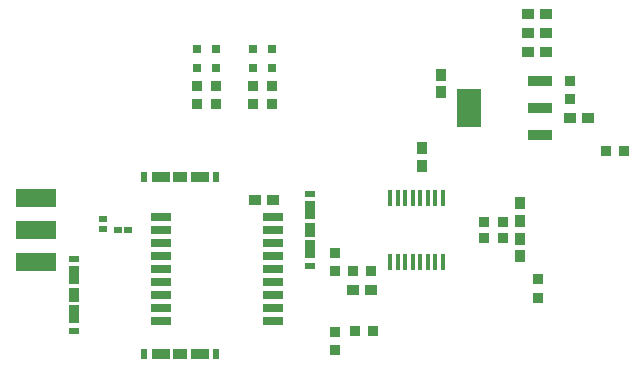
<source format=gbr>
G04*
G04 #@! TF.GenerationSoftware,Altium Limited,Altium Designer,24.9.1 (31)*
G04*
G04 Layer_Color=8421504*
%FSLAX25Y25*%
%MOIN*%
G70*
G04*
G04 #@! TF.SameCoordinates,AE1E5416-9686-4E21-8CD7-455353439681*
G04*
G04*
G04 #@! TF.FilePolarity,Positive*
G04*
G01*
G75*
%ADD18R,0.03740X0.03937*%
%ADD19R,0.03543X0.02362*%
%ADD20R,0.03543X0.05906*%
%ADD21R,0.03543X0.04724*%
%ADD22R,0.03543X0.03347*%
%ADD23R,0.13780X0.05906*%
%ADD24R,0.03347X0.03543*%
%ADD25R,0.07087X0.02756*%
%ADD26R,0.04724X0.03543*%
%ADD27R,0.05906X0.03543*%
%ADD28R,0.02362X0.03543*%
%ADD29R,0.03937X0.03740*%
%ADD30R,0.02598X0.02441*%
%ADD31R,0.02874X0.02008*%
%ADD32R,0.07874X0.12598*%
%ADD33R,0.07874X0.03543*%
%ADD34R,0.03150X0.03150*%
%ADD35R,0.01772X0.05709*%
D18*
X168504Y99410D02*
D03*
Y105315D02*
D03*
X168504Y111221D02*
D03*
Y117126D02*
D03*
X135827Y129724D02*
D03*
Y135630D02*
D03*
X142126Y154134D02*
D03*
Y160039D02*
D03*
D19*
X19685Y98622D02*
D03*
Y74606D02*
D03*
X98425Y120276D02*
D03*
Y96260D02*
D03*
D20*
X19685Y93110D02*
D03*
Y80118D02*
D03*
X98425Y114764D02*
D03*
Y101772D02*
D03*
D21*
X19685Y86614D02*
D03*
X98425Y108268D02*
D03*
D22*
X106693Y74311D02*
D03*
Y68209D02*
D03*
X60630Y156201D02*
D03*
Y150098D02*
D03*
X66929D02*
D03*
Y156201D02*
D03*
X174409Y91732D02*
D03*
Y85630D02*
D03*
X106693Y100689D02*
D03*
Y94587D02*
D03*
X185039Y151772D02*
D03*
Y157874D02*
D03*
X85827Y150098D02*
D03*
Y156201D02*
D03*
X79528Y150098D02*
D03*
Y156201D02*
D03*
D23*
X7087Y97638D02*
D03*
Y118898D02*
D03*
Y108268D02*
D03*
D24*
X113304Y74410D02*
D03*
X119406D02*
D03*
X156496Y105512D02*
D03*
X162598D02*
D03*
X156496Y111024D02*
D03*
X162598D02*
D03*
X118799Y94488D02*
D03*
X112697D02*
D03*
X203051Y134646D02*
D03*
X196949D02*
D03*
D25*
X48819Y77953D02*
D03*
X86221D02*
D03*
Y82284D02*
D03*
Y86614D02*
D03*
Y90945D02*
D03*
Y95276D02*
D03*
Y99606D02*
D03*
Y103937D02*
D03*
Y108268D02*
D03*
Y112598D02*
D03*
X48819Y82284D02*
D03*
Y86614D02*
D03*
Y90945D02*
D03*
Y95276D02*
D03*
Y99606D02*
D03*
Y103937D02*
D03*
Y108268D02*
D03*
Y112598D02*
D03*
D26*
X55118Y125984D02*
D03*
Y66929D02*
D03*
D27*
X61614Y125984D02*
D03*
X48622D02*
D03*
Y66929D02*
D03*
X61614D02*
D03*
D28*
X67126Y125984D02*
D03*
X43110D02*
D03*
Y66929D02*
D03*
X67126D02*
D03*
D29*
X112795Y88189D02*
D03*
X118701D02*
D03*
X86024Y118110D02*
D03*
X80118D02*
D03*
X176969Y167717D02*
D03*
X171063D02*
D03*
X191142Y145669D02*
D03*
X185236D02*
D03*
X176969Y180315D02*
D03*
X171063D02*
D03*
X176969Y174016D02*
D03*
X171063D02*
D03*
D30*
X37795Y108268D02*
D03*
X34331D02*
D03*
D31*
X29528Y108425D02*
D03*
Y112047D02*
D03*
D32*
X151575Y148819D02*
D03*
D33*
X175197Y157874D02*
D03*
Y148819D02*
D03*
Y139764D02*
D03*
D34*
X85827Y162205D02*
D03*
Y168504D02*
D03*
X79528Y162205D02*
D03*
Y168504D02*
D03*
X66929Y162205D02*
D03*
Y168504D02*
D03*
X60630Y162205D02*
D03*
Y168504D02*
D03*
D35*
X125108Y97539D02*
D03*
X127608D02*
D03*
X130108D02*
D03*
X132608D02*
D03*
X135108D02*
D03*
X137608D02*
D03*
X140108D02*
D03*
X142608D02*
D03*
X125108Y118996D02*
D03*
X127608D02*
D03*
X130108D02*
D03*
X132608D02*
D03*
X135108D02*
D03*
X137608D02*
D03*
X140108D02*
D03*
X142608D02*
D03*
M02*

</source>
